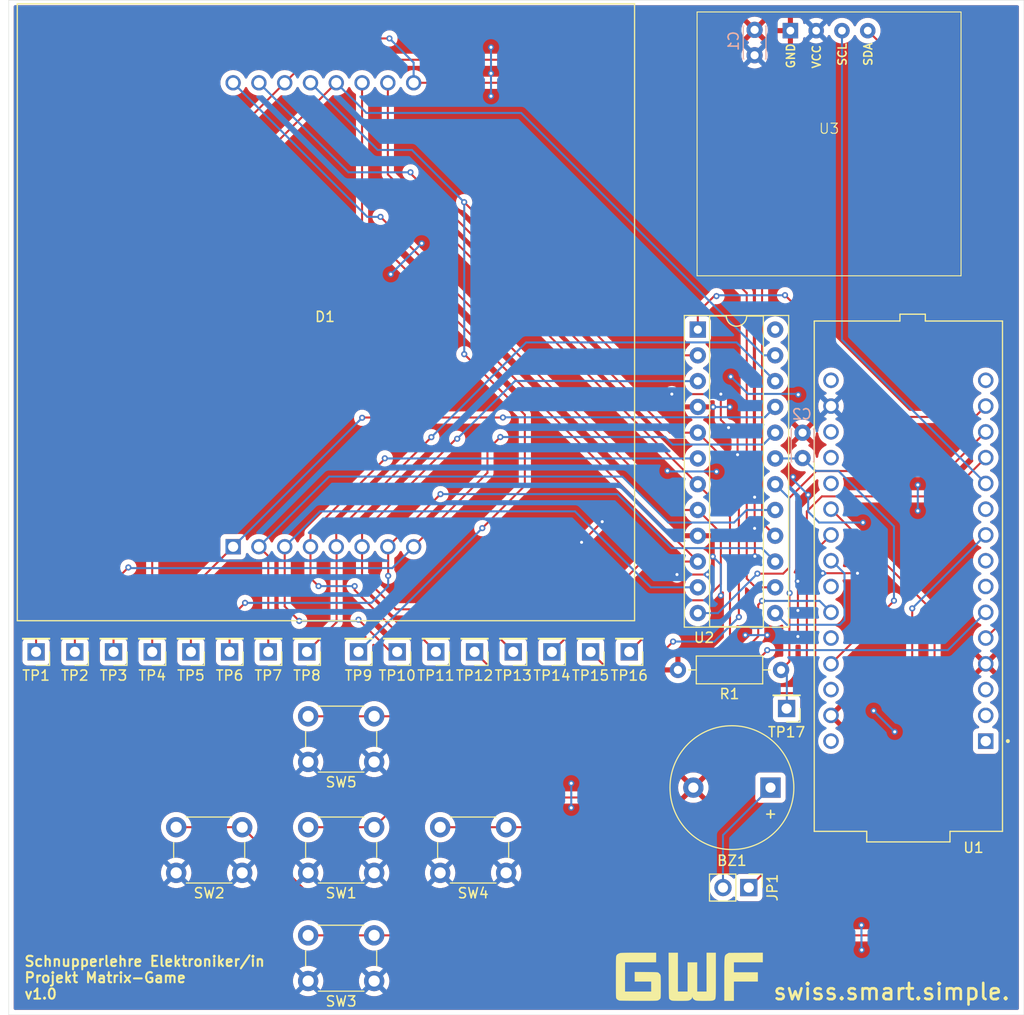
<source format=kicad_pcb>
(kicad_pcb (version 20240108) (generator "pcbnew") (generator_version "8.0")
  (layers (0 "F.Cu" signal) (31 "B.Cu" signal) (34 "B.Paste" user) (35 "F.Paste" user) (36 "B.SilkS" user "B.Silkscreen") (37 "F.SilkS" user "F.Silkscreen") (38 "B.Mask" user) (39 "F.Mask" user) (44 "Edge.Cuts" user))
  (net 0 "")
  (net 1 "Net-(BZ1-+)")
  (net 2 "GND")
  (net 3 "Net-(D1-R5)")
  (net 4 "Net-(D1-R4)")
  (net 5 "Net-(D1-C6)")
  (net 6 "Net-(D1-C1)")
  (net 7 "Net-(D1-R2)")
  (net 8 "Net-(D1-R7)")
  (net 9 "Net-(D1-R6)")
  (net 10 "Net-(D1-C8)")
  (net 11 "Net-(D1-R8)")
  (net 12 "Net-(D1-C7)")
  (net 13 "Net-(D1-C5)")
  (net 14 "Net-(D1-C3)")
  (net 15 "Net-(D1-R1)")
  (net 16 "Net-(D1-C2)")
  (net 17 "Net-(D1-R3)")
  (net 18 "Net-(D1-C4)")
  (net 19 "Net-(U2-ISET)")
  (net 20 "+3.3V")
  (net 21 "Net-(U1-PB0{slash}D3)")
  (net 22 "Net-(U1-PB1{slash}D6)")
  (net 23 "Net-(U1-PA3{slash}A2)")
  (net 24 "Net-(U1-PA8{slash}D9)")
  (net 25 "Net-(U1-PA7{slash}A6)")
  (net 28 "Net-(U1-PB5{slash}D11)")
  (net 31 "Net-(U1-PA5{slash}A4)")
  (net 33 "lcd_scl")
  (net 37 "Net-(U1-PA12{slash}D2)")
  (net 38 "+5V")
  (net 42 "Net-(U1-PA11{slash}D10)")
  (net 48 "Net-(JP1-A)")
  (footprint "Button_Switch_THT:SW_PUSH_6mm" (layer "F.Cu") (at 126 120.07 180)
    (property "Reference" "SW5")
    (property "Value" "button_up")
  )
  (footprint "Connector_PinHeader_2.54mm:PinHeader_1x01_P2.54mm_Vertical" (layer "F.Cu") (at 111.76 109.22 180)
    (property "Reference" "TP6")
    (property "Value" "TestPoint")
  )
  (footprint "Button_Switch_THT:SW_PUSH_6mm" (layer "F.Cu") (at 139 131 180)
    (property "Reference" "SW4")
    (property "Value" "button_right")
  )
  (footprint "Package_DIP:DIP-24_W7.62mm_Socket" (layer "F.Cu") (at 157.88 77.46)
    (property "Reference" "U2")
    (property "Value" "MAX7219")
  )
  (footprint "Connector_PinHeader_2.54mm:PinHeader_1x01_P2.54mm_Vertical" (layer "F.Cu") (at 92.7 109.22 180)
    (property "Reference" "TP1")
    (property "Value" "TestPoint")
  )
  (footprint "Connector_PinHeader_2.54mm:PinHeader_1x01_P2.54mm_Vertical" (layer "F.Cu") (at 166.624 114.808 180)
    (property "Reference" "TP17")
    (property "Value" "TestPoint")
  )
  (footprint "Connector_PinHeader_2.54mm:PinHeader_1x01_P2.54mm_Vertical" (layer "F.Cu") (at 119.38 109.22 180)
    (property "Reference" "TP8")
    (property "Value" "TestPoint")
  )
  (footprint "Custom_Library:LCD_I2C" (layer "F.Cu") (at 170.81 58.16)
    (property "Reference" "U3")
    (property "Value" "SSD1306")
  )
  (footprint "Connector_PinHeader_2.54mm:PinHeader_1x01_P2.54mm_Vertical" (layer "F.Cu") (at 151.13 109.22 180)
    (property "Reference" "TP16")
    (property "Value" "TestPoint")
  )
  (footprint "LOGO" (layer "F.Cu") (at 157.025 141.225)
    (property "Reference" "G***" (hide yes))
    (property "Value" "LOGO" (hide yes))
  )
  (footprint "Connector_PinHeader_2.54mm:PinHeader_1x01_P2.54mm_Vertical" (layer "F.Cu") (at 135.89 109.22 180)
    (property "Reference" "TP12")
    (property "Value" "TestPoint")
  )
  (footprint "Buzzer_Beeper:Buzzer_12x9.5RM7.6" (layer "F.Cu") (at 165.04 122.6 180)
    (property "Reference" "BZ1")
    (property "Value" "buzzer")
  )
  (footprint "Connector_PinHeader_2.54mm:PinHeader_1x01_P2.54mm_Vertical" (layer "F.Cu") (at 115.57 109.22 180)
    (property "Reference" "TP7")
    (property "Value" "TestPoint")
  )
  (footprint "Connector_PinHeader_2.54mm:PinHeader_1x01_P2.54mm_Vertical" (layer "F.Cu") (at 147.32 109.22 180)
    (property "Reference" "TP15")
    (property "Value" "TestPoint")
  )
  (footprint "Connector_PinHeader_2.54mm:PinHeader_1x02_P2.54mm_Vertical" (layer "F.Cu") (at 162.9 132.45 -90)
    (property "Reference" "JP1")
    (property "Value" "Jumper_2_Bridged")
  )
  (footprint "Button_Switch_THT:SW_PUSH_6mm" (layer "F.Cu") (at 126 141.66 180)
    (property "Reference" "SW3")
    (property "Value" "button_down")
  )
  (footprint "Connector_PinHeader_2.54mm:PinHeader_1x01_P2.54mm_Vertical" (layer "F.Cu") (at 100.33 109.22 180)
    (property "Reference" "TP3")
    (property "Value" "TestPoint")
  )
  (footprint "Button_Switch_THT:SW_PUSH_6mm" (layer "F.Cu") (at 126 131 180)
    (property "Reference" "SW1")
    (property "Value" "button_center")
  )
  (footprint "Connector_PinHeader_2.54mm:PinHeader_1x01_P2.54mm_Vertical" (layer "F.Cu") (at 124.46 109.22 180)
    (property "Reference" "TP9")
    (property "Value" "TestPoint")
  )
  (footprint "matrix_led:LED_TA23-11EWA" (layer "F.Cu") (at 121 76 90)
    (property "Reference" "D1")
    (property "Value" "TA23-11EWA")
  )
  (footprint "Connector_PinHeader_2.54mm:PinHeader_1x01_P2.54mm_Vertical" (layer "F.Cu") (at 139.7 109.22 180)
    (property "Reference" "TP13")
    (property "Value" "TestPoint")
  )
  (footprint "Connector_PinHeader_2.54mm:PinHeader_1x01_P2.54mm_Vertical" (layer "F.Cu") (at 132.08 109.22 180)
    (property "Reference" "TP11")
    (property "Value" "TestPoint")
  )
  (footprint "Connector_PinHeader_2.54mm:PinHeader_1x01_P2.54mm_Vertical" (layer "F.Cu") (at 143.51 109.22 180)
    (property "Reference" "TP14")
    (property "Value" "TestPoint")
  )
  (footprint "Connector_PinHeader_2.54mm:PinHeader_1x01_P2.54mm_Vertical" (layer "F.Cu") (at 104.14 109.22 180)
    (property "Reference" "TP4")
    (property "Value" "TestPoint")
  )
  (footprint "Connector_PinHeader_2.54mm:PinHeader_1x01_P2.54mm_Vertical" (layer "F.Cu") (at 107.95 109.22 180)
    (property "Reference" "TP5")
    (property "Value" "TestPoint")
  )
  (footprint "Connector_PinHeader_2.54mm:PinHeader_1x01_P2.54mm_Vertical" (layer "F.Cu") (at 128.27 109.22 180)
    (property "Reference" "TP10")
    (property "Value" "TestPoint")
  )
  (footprint "Button_Switch_THT:SW_PUSH_6mm" (layer "F.Cu") (at 113 131 180)
    (property "Reference" "SW2")
    (property "Value" "button_left")
  )
  (footprint "nucleo:MODULE_NUCLEO-F042K6" (layer "F.Cu") (at 178.62 101.764 180)
    (property "Reference" "U1")
    (property "Value" "NUCLEO-F042K6")
  )
  (footprint "Connector_PinHeader_2.54mm:PinHeader_1x01_P2.54mm_Vertical" (layer "F.Cu") (at 96.52 109.22 180)
    (property "Reference" "TP2")
    (property "Value" "TestPoint")
  )
  (footprint "Resistor_THT:R_Axial_DIN0207_L6.3mm_D2.5mm_P10.16mm_Horizontal" (layer "F.Cu") (at 166.08 111 180)
    (property "Reference" "R1")
    (property "Value" "10k")
  )
  (footprint "Capacitor_THT:C_Disc_D3.0mm_W2.0mm_P2.50mm" (layer "B.Cu") (at 168.2 90.125 90)
    (property "Reference" "C2")
    (property "Value" "100n")
  )
  (footprint "Capacitor_THT:C_Disc_D3.0mm_W2.0mm_P2.50mm" (layer "B.Cu") (at 163.475 50.425 90)
    (property "Reference" "C1")
    (property "Value" "100n")
  )
  (gr_line (start 90 145) (end 190 145) (stroke (width 0.0381)) (layer "Edge.Cuts"))
  (gr_line (start 90 45) (end 90 145) (stroke (width 0.0381)) (layer "Edge.Cuts"))
  (gr_line (start 190 45) (end 90 45) (stroke (width 0.0381)) (layer "Edge.Cuts"))
  (gr_line (start 190 145) (end 190 45) (stroke (width 0.0381)) (layer "Edge.Cuts"))
  (gr_text "Schnupperlehre Elektroniker/in\nProjekt Matrix-Game\nv1.0" (at 91.45 143.525 0) (layer "F.SilkS") (effects (font (size 1 1) (thickness 0.2) (bold yes)) (justify left bottom)))
  (gr_text "swiss.smart.simple." (at 165.175 143.65 0) (layer "F.SilkS") (effects (font (size 1.6 1.6) (thickness 0.26)) (justify left bottom)))
  (segment (start 164.5 122.6) (end 165.04 122.6) (width 0.2) (layer "F.Cu") (net 1))
  (segment (start 160.36 127.28) (end 165.04 122.6) (width 0.2) (layer "B.Cu") (net 1))
  (segment (start 160.36 132.45) (end 160.36 127.28) (width 0.2) (layer "B.Cu") (net 1))
  (via (at 167.26 91.98) (size 0.6) (drill 0.3) (layers "F.Cu" "B.Cu") (net 2))
  (via (at 179.55 92.77) (size 0.6) (drill 0.3) (layers "F.Cu" "B.Cu") (net 2))
  (via (at 159.35 99.825) (size 0.6) (drill 0.3) (layers "F.Cu" "B.Cu") (net 2))
  (via (at 160.15 103.675) (size 0.6) (drill 0.3) (layers "F.Cu" "B.Cu") (net 2))
  (via (at 145.415 122.174) (size 0.6) (drill 0.3) (layers "F.Cu" "B.Cu") (net 2))
  (via (at 164.719 107.569) (size 0.6) (drill 0.3) (layers "F.Cu" "B.Cu") (net 2))
  (via (at 174.15 96.475) (size 0.6) (drill 0.3) (layers "F.Cu" "B.Cu") (net 2))
  (via (at 159.385 85.09) (size 0.6) (drill 0.3) (layers "F.Cu" "B.Cu") (net 2))
  (via (at 145.415 124.587) (size 0.6) (drill 0.3) (layers "F.Cu" "B.Cu") (net 2))
  (via (at 174.025 138.6) (size 0.6) (drill 0.3) (layers "F.Cu" "B.Cu") (net 2))
  (via (at 161.036 85.09) (size 0.6) (drill 0.3) (layers "F.Cu" "B.Cu") (net 2))
  (via (at 137.51 49.64) (size 0.6) (drill 0.3) (layers "F.Cu" "B.Cu") (net 2))
  (via (at 137.51 52.21) (size 0.6) (drill 0.3) (layers "F.Cu" "B.Cu") (net 2))
  (via (at 154.89 91.38) (size 0.6) (drill 0.3) (layers "F.Cu" "B.Cu") (net 2))
  (via (at 175.2 115.025) (size 0.6) (drill 0.3) (layers "F.Cu" "B.Cu") (net 2))
  (via (at 174 136.15) (size 0.6) (drill 0.3) (layers "F.Cu" "B.Cu") (net 2))
  (via (at 167.775 83.875) (size 0.6) (drill 0.3) (layers "F.Cu" "B.Cu") (net 2))
  (via (at 161.125 82.1) (size 0.6) (drill 0.3) (layers "F.Cu" "B.Cu") (net 2))
  (via (at 127.635 72.009) (size 0.6) (drill 0.3) (layers "F.Cu" "B.Cu") (net 2))
  (via (at 162.56 107.569) (size 0.6) (drill 0.3) (layers "F.Cu" "B.Cu") (net 2))
  (via (at 168.75 93.75) (size 0.6) (drill 0.3) (layers "F.Cu" "B.Cu") (net 2))
  (via (at 130.683 68.961) (size 0.6) (drill 0.3) (layers "F.Cu" "B.Cu") (net 2))
  (via (at 179.55 95.33) (size 0.6) (drill 0.3) (layers "F.Cu" "B.Cu") (net 2))
  (via (at 159.72 91.46) (size 0.6) (drill 0.3) (layers "F.Cu" "B.Cu") (net 2))
  (via (at 177.275 117.1) (size 0.6) (drill 0.3) (layers "F.Cu" "B.Cu") (net 2))
  (via (at 137.51 54.46) (size 0.6) (drill 0.3) (layers "F.Cu" "B.Cu") (net 2))
  (segment (start 174 138.575) (end 174.025 138.6) (width 0.2) (layer "B.Cu") (net 2))
  (segment (start 159.7 91.44) (end 159.72 91.46) (width 0.2) (layer "B.Cu") (net 2))
  (segment (start 137.51 54.46) (end 137.51 52.21) (width 0.2) (layer "B.Cu") (net 2))
  (segment (start 168.75 95.4) (end 168.75 93.75) (width 0.2) (layer "B.Cu") (net 2))
  (segment (start 160.15 100.625) (end 159.35 99.825) (width 0.2) (layer "B.Cu") (net 2))
  (segment (start 174 136.15) (end 174 138.575) (width 0.2) (layer "B.Cu") (net 2))
  (segment (start 154.95 91.44) (end 159.7 91.44) (width 0.2) (layer "B.Cu") (net 2))
  (segment (start 167.7 83.8) (end 162.825 83.8) (width 0.2) (layer "B.Cu") (net 2))
  (segment (start 179.55 95.33) (end 179.55 92.77) (width 0.2) (layer "B.Cu") (net 2))
  (segment (start 130.683 68.961) (end 127.635 72.009) (width 0.2) (layer "B.Cu") (net 2))
  (segment (start 174.15 96.475) (end 169.825 96.475) (width 0.2) (layer "B.Cu") (net 2))
  (segment (start 154.89 91.38) (end 154.95 91.44) (width 0.2) (layer "B.Cu") (net 2))
  (segment (start 167.26 91.98) (end 167.26 92.26) (width 0.2) (layer "B.Cu") (net 2))
  (segment (start 162.825 83.8) (end 161.125 82.1) (width 0.2) (layer "B.Cu") (net 2))
  (segment (start 127.635 72.009) (end 127.762 72.009) (width 0.127) (layer "B.Cu") (net 2))
  (segment (start 167.26 92.26) (end 168.75 93.75) (width 0.2) (layer "B.Cu") (net 2))
  (segment (start 145.415 124.587) (end 145.415 122.174) (width 0.2) (layer "B.Cu") (net 2))
  (segment (start 160.15 103.675) (end 160.15 100.625) (width 0.2) (layer "B.Cu") (net 2))
  (segment (start 137.51 52.21) (end 137.51 49.64) (width 0.2) (layer "B.Cu") (net 2))
  (segment (start 177.275 117.1) (end 175.2 115.025) (width 0.2) (layer "B.Cu") (net 2))
  (segment (start 164.719 107.569) (end 162.56 107.569) (width 0.2) (layer "B.Cu") (net 2))
  (segment (start 167.775 83.875) (end 167.7 83.8) (width 0.2) (layer "B.Cu") (net 2))
  (segment (start 169.825 96.475) (end 168.75 95.4) (width 0.2) (layer "B.Cu") (net 2))
  (segment (start 159.385 85.09) (end 161.036 85.09) (width 0.2) (layer "B.Cu") (net 2))
  (segment (start 107.95 103.02) (end 112.11 98.86) (width 0.2) (layer "F.Cu") (net 3))
  (segment (start 138.684 86.125) (end 124.845 86.125) (width 0.2) (layer "F.Cu") (net 3))
  (segment (start 107.95 109.22) (end 107.95 103.02) (width 0.2) (layer "F.Cu") (net 3))
  (segment (start 124.845 86.125) (end 124.82 86.15) (width 0.2) (layer "F.Cu") (net 3))
  (via (at 124.82 86.15) (size 0.6) (drill 0.3) (layers "F.Cu" "B.Cu") (net 3))
  (via (at 138.684 86.125) (size 0.6) (drill 0.3) (layers "F.Cu" "B.Cu") (net 3))
  (segment (start 138.684 86.125) (end 138.702 86.107) (width 0.2) (layer "B.Cu") (net 3))
  (segment (start 138.702 86.107) (end 164.473 86.107) (width 0.2) (layer "B.Cu") (net 3))
  (segment (start 164.473 86.107) (end 165.5 85.08) (width 0.2) (layer "B.Cu") (net 3))
  (segment (start 124.82 86.15) (end 112.11 98.86) (width 0.2) (layer "B.Cu") (net 3))
  (segment (start 104.14 71.27) (end 122.27 53.14) (width 0.2) (layer "F.Cu") (net 4))
  (segment (start 104.14 109.22) (end 104.14 71.27) (width 0.2) (layer "F.Cu") (net 4))
  (segment (start 125.24 56.11) (end 122.27 53.14) (width 0.2) (layer "B.Cu") (net 4))
  (segment (start 164.36863 80) (end 140.47863 56.11) (width 0.2) (layer "B.Cu") (net 4))
  (segment (start 140.47863 56.11) (end 125.24 56.11) (width 0.2) (layer "B.Cu") (net 4))
  (segment (start 165.5 80) (end 164.36863 80) (width 0.2) (layer "B.Cu") (net 4))
  (segment (start 157.88 100.32) (end 124.81 67.25) (width 0.2) (layer "F.Cu") (net 5))
  (segment (start 152.41 100.32) (end 143.51 109.22) (width 0.2) (layer "F.Cu") (net 5))
  (segment (start 157.88 100.32) (end 152.41 100.32) (width 0.2) (layer "F.Cu") (net 5))
  (segment (start 124.81 67.25) (end 124.81 53.14) (width 0.2) (layer "F.Cu") (net 5))
  (segment (start 149.96 80) (end 157.88 80) (width 0.2) (layer "F.Cu") (net 6))
  (segment (start 140.843 92.837) (end 140.843 85.852) (width 0.2) (layer "F.Cu") (net 6))
  (segment (start 140.843 85.852) (end 134.874 79.883) (width 0.2) (layer "F.Cu") (net 6))
  (segment (start 134.8655 64.9055) (end 149.96 80) (width 0.2) (layer "F.Cu") (net 6))
  (segment (start 136.652 97.028) (end 140.843 92.837) (width 0.2) (layer "F.Cu") (net 6))
  (via (at 136.652 97.028) (size 0.6) (drill 0.3) (layers "F.Cu" "B.Cu") (net 6))
  (via (at 134.8655 64.9055) (size 0.6) (drill 0.3) (layers "F.Cu" "B.Cu") (net 6))
  (via (at 134.874 79.883) (size 0.6) (drill 0.3) (layers "F.Cu" "B.Cu") (net 6))
  (segment (start 126.35 59.76) (end 119.73 53.14) (width 0.2) (layer "B.Cu") (net 6))
  (segment (start 136.652 97.028) (end 124.46 109.22) (width 0.2) (layer "B.Cu") (net 6))
  (segment (start 129.72 59.76) (end 126.35 59.76) (width 0.2) (layer "B.Cu") (net 6))
  (segment (start 134.8655 64.9055) (end 129.72 59.76) (width 0.2) (layer "B.Cu") (net 6))
  (segment (start 134.8655 64.9055) (end 134.874 64.914) (width 0.2) (layer "B.Cu") (net 6))
  (segment (start 134.874 64.914) (end 134.874 79.883) (width 0.2) (layer "B.Cu") (net 6))
  (segment (start 165.5 97.78) (end 164.211 96.491) (width 0.2) (layer "F.Cu") (net 7))
  (segment (start 142.07 50.87) (end 119.46 50.87) (width 0.2) (layer "F.Cu") (net 7))
  (segment (start 96.52 109.22) (end 96.52 73.81) (width 0.2) (layer "F.Cu") (net 7))
  (segment (start 164.211 73.011) (end 142.07 50.87) (width 0.2) (layer "F.Cu") (net 7))
  (segment (start 119.46 50.87) (end 117.19 53.14) (width 0.2) (layer "F.Cu") (net 7))
  (segment (start 164.211 96.491) (end 164.211 73.011) (width 0.2) (layer "F.Cu") (net 7))
  (segment (start 96.52 73.81) (end 117.19 53.14) (width 0.2) (layer "F.Cu") (net 7))
  (segment (start 115.57 109.22) (end 115.57 99.78) (width 0.2) (layer "F.Cu") (net 8))
  (segment (start 115.57 99.78) (end 114.65 98.86) (width 0.2) (layer "F.Cu") (net 8))
  (segment (start 162.685 95.24) (end 161.45 96.475) (width 0.2) (layer "B.Cu") (net 8))
  (segment (start 154.982552 96.475) (end 150.455552 91.948) (width 0.2) (layer "B.Cu") (net 8))
  (segment (start 121.562 91.948) (end 114.65 98.86) (width 0.2) (layer "B.Cu") (net 8))
  (segment (start 165.5 95.24) (end 162.685 95.24) (width 0.2) (layer "B.Cu") (net 8))
  (segment (start 161.45 96.475) (end 154.982552 96.475) (width 0.2) (layer "B.Cu") (net 8))
  (segment (start 150.455552 91.948) (end 121.562 91.948) (width 0.2) (layer "B.Cu") (net 8))
  (segment (start 132.535 93.675) (end 127.35 98.86) (width 0.2) (layer "F.Cu") (net 9))
  (segment (start 111.76 105.918) (end 111.76 109.22) (width 0.2) (layer "F.Cu") (net 9))
  (segment (start 113.284 104.394) (end 111.76 105.918) (width 0.2) (layer "F.Cu") (net 9))
  (segment (start 127.381 101.727) (end 127.381 98.891) (width 0.2) (layer "F.Cu") (net 9))
  (segment (start 127.381 98.891) (end 127.35 98.86) (width 0.2) (layer "F.Cu") (net 9))
  (via (at 113.284 104.394) (size 0.6) (drill 0.3) (layers "F.Cu" "B.Cu") (net 9))
  (via (at 127.381 101.727) (size 0.6) (drill 0.3) (layers "F.Cu" "B.Cu") (net 9))
  (via (at 132.535 93.675) (size 0.6) (drill 0.3) (layers "F.Cu" "B.Cu") (net 9))
  (segment (start 113.284 104.394) (end 125.73 104.394) (width 0.2) (layer "B.Cu") (net 9))
  (segment (start 127.381 102.743) (end 127.381 101.727) (width 0.2) (layer "B.Cu") (net 9))
  (segment (start 155.3 99) (end 149.975 93.675) (width 0.2) (layer "B.Cu") (net 9))
  (segment (start 125.73 104.394) (end 127.381 102.743) (width 0.2) (layer "B.Cu") (net 9))
  (segment (start 165.5 100.32) (end 164.18 99) (width 0.2) (layer "B.Cu") (net 9))
  (segment (start 149.975 93.675) (end 132.535 93.675) (width 0.2) (layer "B.Cu") (net 9))
  (segment (start 164.18 99) (end 155.3 99) (width 0.2) (layer "B.Cu") (net 9))
  (segment (start 160.15 102.528398) (end 158.538398 104.14) (width 0.2) (layer "F.Cu") (net 10))
  (segment (start 155.515 95.24) (end 126.625 66.35) (width 0.2) (layer "F.Cu") (net 10))
  (segment (start 160.15 97.51) (end 160.15 102.528398) (width 0.2) (layer "F.Cu") (net 10))
  (segment (start 157.88 95.24) (end 160.15 97.51) (width 0.2) (layer "F.Cu") (net 10))
  (segment (start 157.88 95.24) (end 155.515 95.24) (width 0.2) (layer "F.Cu") (net 10))
  (segment (start 156.21 104.14) (end 151.13 109.22) (width 0.2) (layer "F.Cu") (net 10))
  (segment (start 158.538398 104.14) (end 156.21 104.14) (width 0.2) (layer "F.Cu") (net 10))
  (via (at 126.625 66.35) (size 0.6) (drill 0.3) (layers "F.Cu" "B.Cu") (net 10))
  (segment (start 126.625 66.35) (end 125.32 66.35) (width 0.2) (layer "B.Cu") (net 10))
  (segment (start 125.32 66.35) (end 112.11 53.14) (width 0.2) (layer "B.Cu") (net 10))
  (segment (start 131.635 88.065) (end 122.27 97.43) (width 0.2) (layer "F.Cu") (net 11))
  (segment (start 122.301 98.891) (end 122.27 98.86) (width 0.2) (layer "F.Cu") (net 11))
  (segment (start 122.301 106.299) (end 122.301 98.891) (width 0.2) (layer "F.Cu") (net 11))
  (segment (start 119.38 109.22) (end 122.301 106.299) (width 0.2) (layer "F.Cu") (net 11))
  (segment (start 122.27 97.43) (end 122.27 98.86) (width 0.2) (layer "F.Cu") (net 11))
  (via (at 131.635 88.065) (size 0.6) (drill 0.3) (layers "F.Cu" "B.Cu") (net 11))
  (segment (start 140.975 78.725) (end 161.685 78.725) (width 0.2) (layer "B.Cu") (net 11))
  (segment (start 161.685 78.725) (end 165.5 82.54) (width 0.2) (layer "B.Cu") (net 11))
  (segment (start 131.635 88.065) (end 140.975 78.725) (width 0.2) (layer "B.Cu") (net 11))
  (segment (start 129.58 61.96) (end 129.58 62.07) (width 0.2) (layer "F.Cu") (net 12))
  (segment (start 129.58 62.07) (end 155.13 87.62) (width 0.2) (layer "F.Cu") (net 12))
  (segment (start 161.925 91.665) (end 157.88 87.62) (width 0.2) (layer "F.Cu") (net 12))
  (segment (start 152.654 110.998) (end 155.448 108.204) (width 0.2) (layer "F.Cu") (net 12))
  (segment (start 157.82 87.62) (end 157.88 87.62) (width 0.127) (layer "F.Cu") (net 12))
  (segment (start 147.32 109.22) (end 149.098 110.998) (width 0.2) (layer "F.Cu") (net 12))
  (segment (start 149.098 110.998) (end 152.654 110.998) (width 0.2) (layer "F.Cu") (net 12))
  (segment (start 155.13 87.62) (end 157.88 87.62) (width 0.2) (layer "F.Cu") (net 12))
  (segment (start 161.925 105.791) (end 161.925 91.665) (width 0.2) (layer "F.Cu") (net 12))
  (via (at 155.448 108.204) (size 0.6) (drill 0.3) (layers "F.Cu" "B.Cu") (net 12))
  (via (at 129.58 61.96) (size 0.6) (drill 0.3) (layers "F.Cu" "B.Cu") (net 12))
  (via (at 161.925 105.791) (size 0.6) (drill 0.3) (layers "F.Cu" "B.Cu") (net 12))
  (segment (start 123.47 61.96) (end 114.65 53.14) (width 0.2) (layer "B.Cu") (net 12))
  (segment (start 129.58 61.96) (end 123.47 61.96) (width 0.2) (layer "B.Cu") (net 12))
  (segment (start 159.512 108.204) (end 155.448 108.204) (width 0.2) (layer "B.Cu") (net 12))
  (segment (start 161.925 105.791) (end 159.512 108.204) (width 0.2) (layer "B.Cu") (net 12))
  (segment (start 124.81 101.696) (end 124.81 98.86) (width 0.2) (layer "F.Cu") (net 13))
  (segment (start 135.509 105.029) (end 128.143 105.029) (width 0.2) (layer "F.Cu") (net 13))
  (segment (start 128.143 105.029) (end 124.81 101.696) (width 0.2) (layer "F.Cu") (net 13))
  (segment (start 134.18 88.22) (end 134.08 88.22) (width 0.2) (layer "F.Cu") (net 13))
  (segment (start 139.7 109.22) (end 135.509 105.029) (width 0.2) (layer "F.Cu") (net 13))
  (segment (start 124.81 97.49) (end 124.81 98.86) (width 0.2) (layer "F.Cu") (net 13))
  (segment (start 134.08 88.22) (end 124.81 97.49) (width 0.2) (layer "F.Cu") (net 13))
  (via (at 134.18 88.22) (size 0.6) (drill 0.3) (layers "F.Cu" "B.Cu") (net 13))
  (segment (start 148.265 82.54) (end 157.88 82.54) (width 0.2) (layer "B.Cu") (net 13))
  (segment (start 139.875 82.525) (end 148.25 82.525) (width 0.2) (layer "B.Cu") (net 13))
  (segment (start 148.25 82.525) (end 148.265 82.54) (width 0.2) (layer "B.Cu") (net 13))
  (segment (start 134.18 88.22) (end 139.875 82.525) (width 0.2) (layer "B.Cu") (net 13))
  (segment (start 127.05 90.2) (end 119.73 97.52) (width 0.2) (layer "F.Cu") (net 14))
  (segment (start 120.523 102.743) (end 119.73 101.95) (width 0.2) (layer "F.Cu") (net 14))
  (segment (start 129.921 107.061) (end 132.08 109.22) (width 0.2) (layer "F.Cu") (net 14))
  (segment (start 124.079 103.124) (end 128.016 107.061) (width 0.2) (layer "F.Cu") (net 14))
  (segment (start 127.05 90.15) (end 127.05 90.2) (width 0.2) (layer "F.Cu") (net 14))
  (segment (start 119.73 101.95) (end 119.73 98.86) (width 0.2) (layer "F.Cu") (net 14))
  (segment (start 124.079 102.743) (end 124.079 103.124) (width 0.2) (layer "F.Cu") (net 14))
  (segment (start 119.73 97.52) (end 119.73 98.86) (width 0.2) (layer "F.Cu") (net 14))
  (segment (start 128.016 107.061) (end 129.921 107.061) (width 0.2) (layer "F.Cu") (net 14))
  (via (at 127.05 90.15) (size 0.6) (drill 0.3) (layers "F.Cu" "B.Cu") (net 14))
  (via (at 120.523 102.743) (size 0.6) (drill 0.3) (layers "F.Cu" "B.Cu") (net 14))
  (via (at 124.079 102.743) (size 0.6) (drill 0.3) (layers "F.Cu" "B.Cu") (net 14))
  (segment (start 124.079 102.743) (end 120.523 102.743) (width 0.2) (layer "B.Cu") (net 14))
  (segment (start 127.05 90.15) (end 127.06 90.16) (width 0.2) (layer "B.Cu") (net 14))
  (segment (start 127.06 90.16) (end 157.88 90.16) (width 0.2) (layer "B.Cu") (net 14))
  (segment (start 162.7 101.998398) (end 162.7 73.86) (width 0.2) (layer "F.Cu") (net 15))
  (segment (start 162.7 73.86) (end 141.98 53.14) (width 0.2) (layer "F.Cu") (net 15))
  (segment (start 113.157 48.768) (end 127.508 48.768) (width 0.2) (layer "F.Cu") (net 15))
  (segment (start 163.561602 102.86) (end 162.7 101.998398) (width 0.2) (layer "F.Cu") (net 15))
  (segment (start 92.7 69.225) (end 113.157 48.768) (width 0.2) (layer "F.Cu") (net 15))
  (segment (start 165.5 102.86) (end 163.561602 102.86) (width 0.2) (layer "F.Cu") (net 15))
  (segment (start 141.98 53.14) (end 129.89 53.14) (width 0.2) (layer "F.Cu") (net 15))
  (segment (start 92.7 109.22) (end 92.7 69.225) (width 0.2) (layer "F.Cu") (net 15))
  (via (at 127.508 48.768) (size 0.6) (drill 0.3) (layers "F.Cu" "B.Cu") (net 15))
  (segment (start 129.89 51.15) (end 129.89 53.14) (width 0.2) (layer "B.Cu") (net 15))
  (segment (start 127.508 48.768) (end 129.89 51.15) (width 0.2) (layer "B.Cu") (net 15))
  (segment (start 117.19 104.744) (end 117.19 98.86) (width 0.2) (layer "F.Cu") (net 16))
  (segment (start 124.46 106.045) (end 127.635 109.22) (width 0.2) (layer "F.Cu") (net 16))
  (segment (start 118.618 106.172) (end 117.19 104.744) (width 0.2) (layer "F.Cu") (net 16))
  (segment (start 127.635 109.22) (end 128.27 109.22) (width 0.2) (layer "F.Cu") (net 16))
  (via (at 124.46 106.045) (size 0.6) (drill 0.3) (layers "F.Cu" "B.Cu") (net 16))
  (via (at 118.618 106.172) (size 0.6) (drill 0.3) (layers "F.Cu" "B.Cu") (net 16))
  (segment (start 124.333 106.172) (end 124.46 106.045) (width 0.2) (layer "B.Cu") (net 16))
  (segment (start 120.675 95.375) (end 117.19 98.86) (width 0.2) (layer "B.Cu") (net 16))
  (segment (start 118.618 106.172) (end 124.333 106.172) (width 0.2) (layer "B.Cu") (net 16))
  (segment (start 157.88 102.86) (end 153.26 102.86) (width 0.2) (layer "B.Cu") (net 16))
  (segment (start 145.775 95.375) (end 120.675 95.375) (width 0.2) (layer "B.Cu") (net 16))
  (segment (start 153.26 102.86) (end 145.775 95.375) (width 0.2) (layer "B.Cu") (net 16))
  (segment (start 137.16 89.32) (end 137.16 91.567) (width 0.2) (layer "F.Cu") (net 17))
  (segment (start 138.43 88.05) (end 137.16 89.32) (width 0.2) (layer "F.Cu") (net 17))
  (segment (start 101.7905 100.9015) (end 100.33 102.362) (width 0.2) (layer "F.Cu") (net 17))
  (segment (start 129.89 98.837) (end 129.89 98.86) (width 0.2) (layer "F.Cu") (net 17))
  (segment (start 100.33 102.362) (end 100.33 109.22) (width 0.2) (layer "F.Cu") (net 17))
  (segment (start 137.16 91.567) (end 129.89 98.837) (width 0.2) (layer "F.Cu") (net 17))
  (segment (start 165.5 87.65) (end 165.5 87.62) (width 0.127) (layer "F.Cu") (net 17))
  (via (at 138.43 88.05) (size 0.6) (drill 0.3) (layers "F.Cu" "B.Cu") (net 17))
  (via (at 101.7905 100.9015) (size 0.6) (drill 0.3) (layers "F.Cu" "B.Cu") (net 17))
  (segment (start 165.5 87.62) (end 164.5095 88.6105) (width 0.2) (layer "B.Cu") (net 17))
  (segment (start 154.66 88.05) (end 155.4 88.79) (width 0.2) (layer "B.Cu") (net 17))
  (segment (start 101.7905 100.9015) (end 101.854 100.965) (width 0.2) (layer "B.Cu") (net 17))
  (segment (start 101.854 100.965) (end 127.785 100.965) (width 0.2) (layer "B.Cu") (net 17))
  (segment (start 138.43 88.05) (end 154.66 88.05) (width 0.2) (layer "B.Cu") (net 17))
  (segment (start 164.33 88.79) (end 164.5095 88.6105) (width 0.2) (layer "B.Cu") (net 17))
  (segment (start 127.785 100.965) (end 129.89 98.86) (width 0.2) (layer "B.Cu") (net 17))
  (segment (start 155.4 88.79) (end 164.33 88.79) (width 0.2) (layer "B.Cu") (net 17))
  (segment (start 157.88 92.7) (end 127.35 62.17) (width 0.2) (layer "F.Cu") (net 18))
  (segment (start 161.05 108.063) (end 156.591 112.522) (width 0.2) (layer "F.Cu") (net 18))
  (segment (start 139.192 112.522) (end 135.89 109.22) (width 0.2) (layer "F.Cu") (net 18))
  (segment (start 157.88 92.729) (end 161.05 95.899) (width 0.2) (layer "F.Cu") (net 18))
  (segment (start 127.35 62.17) (end 127.35 53.14) (width 0.2) (layer "F.Cu") (net 18))
  (segment (start 156.591 112.522) (end 139.192 112.522) (width 0.2) (layer "F.Cu") (net 18))
  (segment (start 161.05 95.899) (end 161.05 108.063) (width 0.2) (layer "F.Cu") (net 18))
  (segment (start 157.88 92.7) (end 157.88 92.729) (width 0.2) (layer "F.Cu") (net 18))
  (segment (start 166.925 103.425) (end 166.9 103.45) (width 0.127) (layer "F.Cu") (net 19))
  (segment (start 166.9 110.18) (end 166.08 111) (width 0.2) (layer "F.Cu") (net 19))
  (segment (start 166.9 103.45) (end 166.9 110.18) (width 0.2) (layer "F.Cu") (net 19))
  (via (at 166.925 103.425) (size 0.6) (drill 0.3) (layers "F.Cu" "B.Cu") (net 19))
  (segment (start 166.875 103.375) (end 166.875 94.075) (width 0.2) (layer "B.Cu") (net 19))
  (segment (start 166.624 114.808) (end 166.65 114.782) (width 0.2) (layer "B.Cu") (net 19))
  (segment (start 166.65 111.57) (end 166.53 111.45) (width 0.2) (layer "B.Cu") (net 19))
  (segment (start 166.65 114.782) (end 166.65 111.57) (width 0.2) (layer "B.Cu") (net 19))
  (segment (start 166.875 94.075) (end 165.5 92.7) (width 0.2) (layer "B.Cu") (net 19))
  (segment (start 166.925 103.425) (end 166.875 103.375) (width 0.127) (layer "B.Cu") (net 19))
  (segment (start 163.475 97.05) (end 163.5 97.075) (width 0.2) (layer "F.Cu") (net 20))
  (segment (start 161.798 89.789) (end 161.798 88.011) (width 0.2) (layer "F.Cu") (net 20))
  (segment (start 163.5 97.075) (end 163.5 99.8) (width 0.2) (layer "F.Cu") (net 20))
  (segment (start 173.609 101.473) (end 170.18 101.473) (width 0.2) (layer "F.Cu") (net 20))
  (segment (start 167.74 102.27) (end 167.73 102.26) (width 0.2) (layer "F.Cu") (net 20))
  (segment (start 167.74 105.14) (end 167.74 102.27) (width 0.2) (layer "F.Cu") (net 20))
  (segment (start 160.147 86.36) (end 160.147 83.82) (width 0.2) (layer "F.Cu") (net 20))
  (segment (start 148.463 96.393) (end 146.431 98.425) (width 0.2) (layer "F.Cu") (net 20))
  (segment (start 160.909 87.122) (end 160.147 86.36) (width 0.2) (layer "F.Cu") (net 20))
  (segment (start 161.798 88.011) (end 160.909 87.122) (width 0.2) (layer "F.Cu") (net 20))
  (segment (start 167.74 107.708229) (end 167.739008 107.709221) (width 0.2) (layer "F.Cu") (net 20))
  (segment (start 155.829 101.6) (end 158.825 101.6) (width 0.2) (layer "F.Cu") (net 20))
  (segment (start 163.475 93.975) (end 163.475 97.05) (width 0.2) (layer "F.Cu") (net 20))
  (segment (start 155.321 83.82) (end 160.147 83.82) (width 0.2) (layer "F.Cu") (net 20))
  (segment (start 167.74 105.14) (end 167.74 107.708229) (width 0.2) (layer "F.Cu") (net 20))
  (via (at 155.321 83.82) (size 0.6) (drill 0.3) (layers "F.Cu" "B.Cu") (net 20))
  (via (at 155.829 101.6) (size 0.6) (drill 0.3) (layers "F.Cu" "B.Cu") (net 20))
  (via (at 161.798 89.789) (size 0.6) (drill 0.3) (layers "F.Cu" "B.Cu") (net 20))
  (via (at 163.475 97.05) (size 0.6) (drill 0.3) (layers "F.Cu" "B.Cu") (net 20))
  (via (at 160.147 83.82) (size 0.6) (drill 0.3) (layers "F.Cu" "B.Cu") (net 20))
  (via (at 167.74 105.14) (size 0.6) (drill 0.3) (layers "F.Cu" "B.Cu") (net 20))
  (via (at 146.431 98.425) (size 0.6) (drill 0.3) (layers "F.Cu" "B.Cu") (net 20))
  (via (at 163.475 93.975) (size 0.6) (drill 0.3) (layers "F.Cu" "B.Cu") (net 20))
  (via (at 163.5 99.8) (size 0.6) (drill 0.3) (layers "F.Cu" "B.Cu") (net 20))
  (via (at 160.909 87.122) (size 0.6) (drill 0.3) (layers "F.Cu" "B.Cu") (net 20))
  (via (at 173.609 101.473) (size 0.6) (drill 0.3) (layers "F.Cu" "B.Cu") (net 20))
  (via (at 148.463 96.393) (size 0.6) (drill 0.3) (layers "F.Cu" "B.Cu") (net 20))
  (via (at 158.825 101.6) (size 0.6) (drill 0.3) (layers "F.Cu" "B.Cu") (net 20))
  (via (at 167.739008 107.709221) (size 0.6) (drill 0.3) (layers "F.Cu" "B.Cu") (net 20))
  (via (at 167.73 102.26) (size 0.6) (drill 0.3) (layers "F.Cu" "B.Cu") (net 20))
  (via (at 170.18 101.473) (size 0.6) (drill 0.3) (layers "F.Cu" "B.Cu") (net 20))
  (segment (start 128.929 123.571) (end 126 126.5) (width 0.2) (layer "F.Cu") (net 21))
  (segment (start 126 126.5) (end 119.5 126.5) (width 0.2) (layer "F.Cu") (net 21))
  (segment (start 150.241 123.571) (end 128.929 123.571) (width 0.2) (layer "F.Cu") (net 21))
  (segment (start 164.719 109.093) (end 150.241 123.571) (width 0.2) (layer "F.Cu") (net 21))
  (segment (start 164.719 109.05) (end 164.719 109.093) (width 0.2) (layer "F.Cu") (net 21))
  (via (at 164.719 109.05) (size 0.6) (drill 0.3) (layers "F.Cu" "B.Cu") (net 21))
  (segment (start 164.719 109.05) (end 182.51 109.05) (width 0.2) (layer "B.Cu") (net 21))
  (segment (start 182.51 109.05) (end 186.24 105.32) (width 0.2) (layer "B.Cu") (net 21))
  (segment (start 121.975 135.475) (end 113 126.5) (width 0.2) (layer "F.Cu") (net 22))
  (segment (start 166.275 135.475) (end 121.975 135.475) (width 0.2) (layer "F.Cu") (net 22))
  (segment (start 179 122.75) (end 166.275 135.475) (width 0.2) (layer "F.Cu") (net 22))
  (segment (start 179 104.94) (end 179 122.75) (width 0.2) (layer "F.Cu") (net 22))
  (segment (start 113 126.5) (end 106.5 126.5) (width 0.2) (layer "F.Cu") (net 22))
  (via (at 179 104.94) (size 0.6) (drill 0.3) (layers "F.Cu" "B.Cu") (net 22))
  (segment (start 179 104.94) (end 186.24 97.7) (width 0.2) (layer "B.Cu") (net 22))
  (segment (start 126 137.16) (end 119.5 137.16) (width 0.2) (layer "F.Cu") (net 23))
  (segment (start 181.2 135.4) (end 179.44 137.16) (width 0.2) (layer "F.Cu") (net 23))
  (segment (start 171 95.16) (end 181.2 105.36) (width 0.2) (layer "F.Cu") (net 23))
  (segment (start 179.44 137.16) (end 126 137.16) (width 0.2) (layer "F.Cu") (net 23))
  (segment (start 181.2 105.36) (end 181.2 135.4) (width 0.2) (layer "F.Cu") (net 23))
  (segment (start 186.24 90.08) (end 182.42 93.9) (width 0.2) (layer "F.Cu") (net 24))
  (segment (start 168.62 112.177) (end 167.513 113.284) (width 0.2) (layer "F.Cu") (net 24))
  (segment (start 170.1 93.9) (end 168.62 95.38) (width 0.2) (layer "F.Cu") (net 24))
  (segment (start 139 126.5) (end 132.5 126.5) (width 0.2) (layer "F.Cu") (net 24))
  (segment (start 167.513 113.284) (end 163.195 113.284) (width 0.2) (layer "F.Cu") (net 24))
  (segment (start 168.62 95.38) (end 168.62 112.177) (width 0.2) (layer "F.Cu") (net 24))
  (segment (start 149.979 126.5) (end 139 126.5) (width 0.2) (layer "F.Cu") (net 24))
  (segment (start 182.42 93.9) (end 170.1 93.9) (width 0.2) (layer "F.Cu") (net 24))
  (segment (start 163.195 113.284) (end 149.979 126.5) (width 0.2) (layer "F.Cu") (net 24))
  (segment (start 163.83 107.696) (end 155.956 115.57) (width 0.2) (layer "F.Cu") (net 25))
  (segment (start 126 115.57) (end 119.5 115.57) (width 0.2) (layer "F.Cu") (net 25))
  (segment (start 155.956 115.57) (end 126 115.57) (width 0.2) (layer "F.Cu") (net 25))
  (segment (start 163.83 104.581) (end 163.83 107.696) (width 0.2) (layer "F.Cu") (net 25))
  (segment (start 164.211 104.2) (end 163.83 104.581) (width 0.2) (layer "F.Cu") (net 25))
  (via (at 164.211 104.2) (size 0.6) (drill 0.3) (layers "F.Cu" "B.Cu") (net 25))
  (segment (start 164.211 104.2) (end 169.88 104.2) (width 0.2) (layer "B.Cu") (net 25))
  (segment (start 169.88 104.2) (end 171 105.32) (width 0.2) (layer "B.Cu") (net 25))
  (segment (start 185.1695 86.0705) (end 186.24 85) (width 0.2) (layer "F.Cu") (net 28))
  (segment (start 178.4705 86.0705) (end 185.1695 86.0705) (width 0.2) (layer "F.Cu") (net 28))
  (segment (start 157.88 75.77) (end 157.88 77.46) (width 0.2) (layer "F.Cu") (net 28))
  (segment (start 159.72 74.16) (end 159.49 74.16) (width 0.2) (layer "F.Cu") (net 28))
  (segment (start 159.49 74.16) (end 157.88 75.77) (width 0.2) (layer "F.Cu") (net 28))
  (segment (start 166.47 74.07) (end 178.4705 86.0705) (width 0.2) (layer "F.Cu") (net 28))
  (via (at 159.72 74.16) (size 0.6) (drill 0.3) (layers "F.Cu" "B.Cu") (net 28))
  (via (at 166.47 74.07) (size 0.6) (drill 0.3) (layers "F.Cu" "B.Cu") (net 28))
  (segment (start 159.8 74.08) (end 159.72 74.16) (width 0.2) (layer "B.Cu") (net 28))
  (segment (start 166.47 74.07) (end 166.46 74.08) (width 0.2) (layer "B.Cu") (net 28))
  (segment (start 159.72 74.16) (end 159.89 73.99) (width 0.127) (layer "B.Cu") (net 28))
  (segment (start 166.46 74.08) (end 159.8 74.08) (width 0.2) (layer "B.Cu") (net 28))
  (segment (start 172.33 101.5) (end 171.07 100.24) (width 0.2) (layer "B.Cu") (net 31))
  (segment (start 166.65 106.55) (end 171.87 106.55) (width 0.2) (layer "B.Cu") (net 31))
  (segment (start 172.33 106.09) (end 172.33 101.5) (width 0.2) (layer "B.Cu") (net 31))
  (segment (start 165.5 105.4) (end 166.65 106.55) (width 0.2) (layer "B.Cu") (net 31))
  (segment (start 171.87 106.55) (end 172.33 106.09) (width 0.2) (layer "B.Cu") (net 31))
  (segment (start 171.07 100.24) (end 171 100.24) (width 0.2) (layer "B.Cu") (net 31))
  (segment (start 186.24 92.62) (end 172.08 78.46) (width 0.2) (layer "B.Cu") (net 33))
  (segment (start 172.08 78.46) (end 172.08 48) (width 0.2) (layer "B.Cu") (net 33))
  (segment (start 188.45 105.65) (end 186.24 107.86) (width 0.2) (layer "F.Cu") (net 37))
  (segment (start 188.45 61.83) (end 188.45 105.65) (width 0.2) (layer "F.Cu") (net 37))
  (segment (start 174.62 48) (end 188.45 61.83) (width 0.2) (layer "F.Cu") (net 37))
  (segment (start 171 110.4) (end 177.2 104.2) (width 0.2) (layer "F.Cu") (net 38))
  (segment (start 177.2 104.2) (end 177.2 104.175) (width 0.127) (layer "F.Cu") (net 38))
  (via (at 177.2 104.175) (size 0.6) (drill 0.3) (layers "F.Cu" "B.Cu") (net 38))
  (segment (start 177.2 96.86) (end 171.73 91.39) (width 0.2) (layer "B.Cu") (net 38))
  (segment (start 169.465 91.39) (end 168.2 90.125) (width 0.2) (layer "B.Cu") (net 38))
  (segment (start 168.165 90.16) (end 165.5 90.16) (width 0.2) (layer "B.Cu") (net 38))
  (segment (start 168.2 90.125) (end 168.165 90.16) (width 0.2) (layer "B.Cu") (net 38))
  (segment (start 177.2 104.175) (end 177.2 96.86) (width 0.2) (layer "B.Cu") (net 38))
  (segment (start 171.73 91.39) (end 169.465 91.39) (width 0.2) (layer "B.Cu") (net 38))
  (segment (start 166.87 94.08) (end 166.87 100.93) (width 0.2) (layer "F.Cu") (net 42))
  (segment (start 182.38 91.4) (end 169.55 91.4) (width 0.2) (layer "F.Cu") (net 42))
  (segment (start 186.24 87.54) (end 182.38 91.4) (width 0.2) (layer "F.Cu") (net 42))
  (segment (start 169.55 91.4) (end 166.87 94.08) (width 0.2) (layer "F.Cu") (net 42))
  (segment (start 166.87 100.93) (end 166.29 101.51) (width 0.2) (layer "F.Cu") (net 42))
  (segment (start 166.29 101.51) (end 163.75 101.51) (width 0.2) (layer "F.Cu") (net 42))
  (via (at 163.75 101.51) (size 0.6) (drill 0.3) (layers "F.Cu" "B.Cu") (net 42))
  (segment (start 159.86 105.4) (end 157.88 105.4) (width 0.2) (layer "B.Cu") (net 42))
  (segment (start 163.75 101.51) (end 159.86 105.4) (width 0.2) (layer "B.Cu") (net 42))
  (segment (start 169.45 125.925) (end 162.925 132.45) (width 0.2) (layer "F.Cu") (net 48))
  (segment (start 169.45 99.25) (end 169.45 125.925) (width 0.2) (layer "F.Cu") (net 48))
  (segment (start 162.925 132.45) (end 162.9 132.45) (width 0.2) (layer "F.Cu") (net 48))
  (segment (start 171 97.7) (end 169.45 99.25) (width 0.2) (layer "F.Cu") (net 48))
  (zone (net 2) (net_name "GND") (layer "F.Cu") (connect_pads (clearance 0.5)) (min_thickness 0.25) (fill yes (thermal_gap 0.5) (thermal_bridge_width 0.5))
    (polygon (pts (xy 90 45) (xy 90 145) (xy 190 145) (xy 190 45)))
  )
  (zone (net 20) (net_name "+3.3V") (layer "B.Cu") (priority 1) (connect_pads (clearance 0.5)) (min_thickness 0.25) (fill yes (thermal_gap 0.5) (thermal_bridge_width 0.5))
    (polygon (pts (xy 90 45) (xy 90 145) (xy 190 145) (xy 190 45)))
  )
)
</source>
